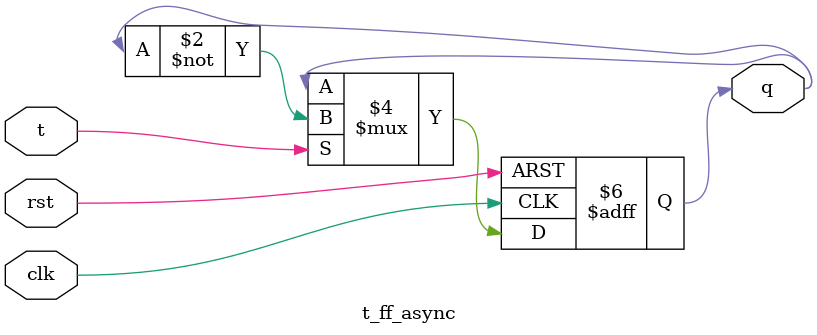
<source format=v>
module t_ff_async (
    input t, clk, rst,
    output reg q
);

always @(posedge clk or posedge rst) begin
    if (rst)
        q = 1'b0;
    else if (t)
        q = ~q;
    else
        q = q;
end

endmodule




</source>
